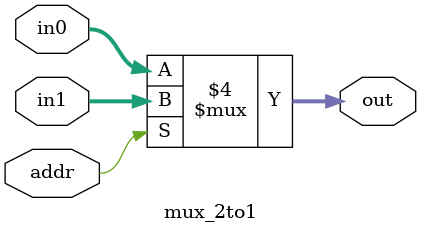
<source format=v>
`timescale 1ns / 1ps
module mux_2to1(out, in0, in1, addr); 
  parameter n = 4; 
  output[n-1:0]  out;
  input[n-1:0] in1,in0;
  input addr;
  reg[n-1:0] out;
       
  always @(in0 or in1 or addr)
    if (addr == 0) out = in0;
    else out = in1;
 
 endmodule


</source>
